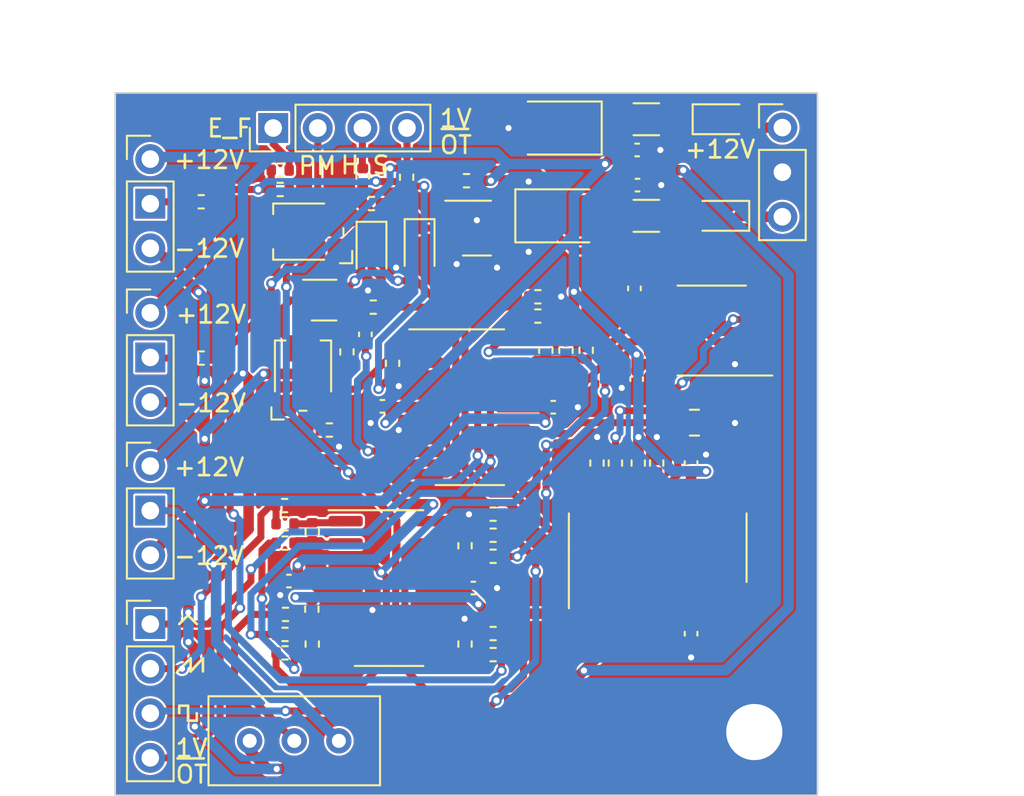
<source format=kicad_pcb>
(kicad_pcb (version 20221018) (generator pcbnew)
  (layers (0 "F.Cu" signal) (31 "B.Cu" signal) (34 "B.Paste" user) (35 "F.Paste" user) (36 "B.SilkS" user "B.Silkscreen") (37 "F.SilkS" user "F.Silkscreen") (38 "B.Mask" user) (39 "F.Mask" user) (44 "Edge.Cuts" user))
  (net 0 "")
  (net 1 "Net-(Q1B-C2)")
  (net 2 "Net-(D1-A)")
  (net 3 "/HARD_SYNC")
  (net 4 "Net-(C2-Pad2)")
  (net 5 "Net-(U2C-+)")
  (net 6 "GND")
  (net 7 "+12V")
  (net 8 "-12V")
  (net 9 "/555_CV")
  (net 10 "Net-(D1-K)")
  (net 11 "Net-(D2-K)")
  (net 12 "Net-(D3-K)")
  (net 13 "Net-(D3-A)")
  (net 14 "Net-(D4-K)")
  (net 15 "Net-(D4-A)")
  (net 16 "/EXP_FM")
  (net 17 "/PWM")
  (net 18 "/1V{slash}OCT")
  (net 19 "/TRIANGOLARE")
  (net 20 "/DENTE_DI_SEGA")
  (net 21 "/RETTANGOLARE")
  (net 22 "Net-(Q1A-E1)")
  (net 23 "Net-(Q1A-B1)")
  (net 24 "/OTA_BIAS")
  (net 25 "/555_RESET")
  (net 26 "Net-(U2A--)")
  (net 27 "Net-(R2-Pad2)")
  (net 28 "Net-(R3-Pad2)")
  (net 29 "Net-(R5-Pad1)")
  (net 30 "Net-(R6-Pad1)")
  (net 31 "Net-(R7-Pad1)")
  (net 32 "Net-(U1A--)")
  (net 33 "/555_Q")
  (net 34 "Net-(U1A-+)")
  (net 35 "Net-(U2D--)")
  (net 36 "/RETT_INPUT")
  (net 37 "Net-(R21-Pad1)")
  (net 38 "Net-(U3B--)")
  (net 39 "Net-(R23-Pad2)")
  (net 40 "/555_TR")
  (net 41 "Net-(U3A-+)")
  (net 42 "Net-(U3A--)")
  (net 43 "Net-(R27-Pad1)")
  (net 44 "Net-(U3C--)")
  (net 45 "Net-(R30-Pad1)")
  (net 46 "Net-(U3D--)")
  (net 47 "Net-(U3D-+)")
  (net 48 "Net-(R33-Pad1)")
  (net 53 "Net-(U1-Pad7)")
  (net 54 "Net-(U1-Pad10)")
  (footprint "Resistor_SMD:R_0402_1005Metric" (layer "F.Cu") (at 131.225 89.99 -90)
    (fp_text reference "R27" hide)
    (fp_text value "10k" hide)
  )
  (footprint "Capacitor_SMD:C_0402_1005Metric" (layer "F.Cu") (at 134.1 69.78 -90)
    (fp_text reference "C2" hide)
    (fp_text value "470pF" hide)
  )
  (footprint "Resistor_SMD:R_1206_3216Metric" (layer "F.Cu") (at 150.25 72)
    (fp_text reference "R37" hide)
    (fp_text value "10" hide)
  )
  (footprint "Resistor_SMD:R_0402_1005Metric" (layer "F.Cu") (at 133.2 79.75 90)
    (fp_text reference "R8" hide)
    (fp_text value "1.5M" hide)
  )
  (footprint "Capacitor_Tantalum_SMD:CP_EIA-3528-12_Kemet-T" (layer "F.Cu") (at 145.25 72)
    (fp_text reference "C5" hide)
    (fp_text value "47uF" hide)
  )
  (footprint "Resistor_SMD:R_0402_1005Metric" (layer "F.Cu") (at 139.925 90.79 -90)
    (fp_text reference "R33" hide)
    (fp_text value "2.2M" hide)
  )
  (footprint "Resistor_SMD:R_0402_1005Metric" (layer "F.Cu") (at 150.84 86.08 -90)
    (fp_text reference "R12" hide)
    (fp_text value "1.5k" hide)
  )
  (footprint "Package_SO:SOIC-14_3.9x8.7mm_P1.27mm" (layer "F.Cu") (at 140.2 82.9)
    (fp_text reference "U2" hide)
    (fp_text value "TL074")
  )
  (footprint "Resistor_SMD:R_0402_1005Metric" (layer "F.Cu") (at 132.2 84.2)
    (fp_text reference "R7" hide)
    (fp_text value "390" hide)
  )
  (footprint "Resistor_SMD:R_0402_1005Metric" (layer "F.Cu") (at 134.6 71.3)
    (fp_text reference "R11" hide)
    (fp_text value "100k" hide)
  )
  (footprint "Resistor_SMD:R_0402_1005Metric" (layer "F.Cu") (at 140.01 70 180)
    (fp_text reference "R10" hide)
    (fp_text value "4.7k" hide)
  )
  (footprint "Resistor_SMD:R_0402_1005Metric" (layer "F.Cu") (at 136.6 69.8 90)
    (fp_text reference "R4" hide)
    (fp_text value "100k" hide)
  )
  (footprint "Capacitor_Tantalum_SMD:CP_EIA-3528-12_Kemet-T" (layer "F.Cu") (at 145.25 67 180)
    (fp_text reference "C4" hide)
    (fp_text value "47uF" hide)
  )
  (footprint "Package_TO_SOT_SMD:SOT-23-6" (layer "F.Cu") (at 140.6 72.7)
    (fp_text reference "Q2" hide)
    (fp_text value "DMMT5551" hide)
  )
  (footprint "Diode_SMD:D_SOD-323" (layer "F.Cu") (at 137.3375 73.8 -90)
    (fp_text reference "D2" hide)
    (fp_text value "1N4148WS" hide)
  )
  (footprint "Resistor_SMD:R_0402_1005Metric" (layer "F.Cu") (at 141.525 90.19 180)
    (fp_text reference "R34" hide)
    (fp_text value "2.2k" hide)
  )
  (footprint "Resistor_SMD:R_0402_1005Metric" (layer "F.Cu") (at 139.925 96.39 -90)
    (fp_text reference "R31" hide)
    (fp_text value "120k" hide)
  )
  (footprint "Capacitor_SMD:C_0402_1005Metric" (layer "F.Cu") (at 152.8 95.8 90)
    (fp_text reference "C9" hide)
    (fp_text value "100nF" hide)
  )
  (footprint "Resistor_SMD:R_0402_1005Metric" (layer "F.Cu") (at 134.7 77.2)
    (fp_text reference "R9" hide)
    (fp_text value "22k" hide)
  )
  (footprint "MountingHole:MountingHole_3.2mm_M3_DIN965_Pad" (layer "F.Cu") (at 156.4 101.4)
    (fp_text reference "H1" hide)
    (fp_text value "MountingHole_3.2mm_M3_DIN965_Pad" hide)
  )
  (footprint "Resistor_SMD:R_0402_1005Metric" (layer "F.Cu") (at 129.4 69.4)
    (fp_text reference "R1" hide)
    (fp_text value "100k" hide)
  )
  (footprint "Resistor_SMD:R_0402_1005Metric" (layer "F.Cu") (at 129.675 95.84)
    (fp_text reference "R24" hide)
    (fp_text value "100k" hide)
  )
  (footprint "Capacitor_SMD:C_0402_1005Metric" (layer "F.Cu") (at 149.575 76.135 90)
    (fp_text reference "C15" hide)
    (fp_text value "10nF" hide)
  )
  (footprint "Resistor_SMD:R_1206_3216Metric" (layer "F.Cu") (at 150.25 66.5)
    (fp_text reference "R36" hide)
    (fp_text value "10" hide)
  )
  (footprint "Connector_PinHeader_2.54mm:PinHeader_1x03_P2.54mm_Vertical" (layer "F.Cu") (at 122 77.525)
    (fp_text reference "RV2" hide)
    (fp_text value "100k lin" hide)
  )
  (footprint "Capacitor_SMD:C_0402_1005Metric" (layer "F.Cu") (at 149.75 70.25 180)
    (fp_text reference "C7" hide)
    (fp_text value "100nF" hide)
  )
  (footprint "Capacitor_SMD:C_0805_2012Metric" (layer "F.Cu") (at 152.99 83.78)
    (fp_text reference "C3" hide)
    (fp_text value "2.2nF" hide)
  )
  (footprint "Capacitor_SMD:C_0402_1005Metric" (layer "F.Cu") (at 134.25 78.75 90)
    (fp_text reference "C1" hide)
    (fp_text value "100pF" hide)
  )
  (footprint "Capacitor_SMD:C_0402_1005Metric" (layer "F.Cu") (at 140.4 93.2 180)
    (fp_text reference "C13" hide)
    (fp_text value "100nF" hide)
  )
  (footprint "Diode_SMD:D_SOD-323" (layer "F.Cu") (at 134.6 73.95 -90)
    (fp_text reference "D1" hide)
    (fp_text value "1N4148WS" hide)
  )
  (footprint "Connector_PinHeader_2.54mm:PinHeader_1x03_P2.54mm_Vertical" (layer "F.Cu") (at 158 66.975)
    (fp_text reference "J1" hide)
    (fp_text value "ALIMENTAZIONE")
  )
  (footprint "Resistor_SMD:R_0402_1005Metric" (layer "F.Cu") (at 129.675 96.89)
    (fp_text reference "R25" hide)
    (fp_text value "10k" hide)
  )
  (footprint "Resistor_SMD:R_0402_1005Metric" (layer "F.Cu") (at 129.675 89.54 180)
    (fp_text reference "R28" hide)
    (fp_text value "1.5k" hide)
  )
  (footprint "Potentiometer_SMD:Potentiometer_Bourns_TC33X_Vertical" (layer "F.Cu") (at 130.7 81 90)
    (fp_text reference "TR1" hide)
    (fp_text value "100" hide)
  )
  (footprint "Resistor_SMD:R_0402_1005Metric" (layer "F.Cu") (at 124.9 80.1 180)
    (fp_text reference "R3" hide)
    (fp_text value "3.3M" hide)
  )
  (footprint "Connector_PinHeader_2.54mm:PinHeader_1x04_P2.54mm_Vertical" (layer "F.Cu") (at 122 95.25)
    (fp_text reference "J3" hide)
    (fp_text value "OUTPUT")
  )
  (footprint "Resistor_SMD:R_0402_1005Metric" (layer "F.Cu") (at 141.525 88.99 180)
    (fp_text reference "R35" hide)
    (fp_text value "1.5k" hide)
  )
  (footprint "Capacitor_SMD:C_0402_1005Metric" (layer "F.Cu") (at 135.22 82.85 180)
    (fp_text reference "C10" hide)
    (fp_text value "100nF" hide)
  )
  (footprint "Capacitor_SMD:C_0402_1005Metric" (layer "F.Cu") (at 152.8 86.08 90)
    (fp_text reference "C8" hide)
    (fp_text value "100nF" hide)
  )
  (footprint "Resistor_SMD:R_0402_1005Metric" (layer "F.Cu") (at 131.2 94.4 -90)
    (fp_text reference "R22" hide)
    (fp_text value "150k" hide)
  )
  (footprint "Diode_SMD:D_SOD-323" (layer "F.Cu") (at 154.5 66.5)
    (fp_text reference "D3" hide)
    (fp_text value "1N5819WS" hide)
  )
  (footprint "Resistor_SMD:R_0402_1005Metric" (layer "F.Cu") (at 148.49 86.08 -90)
    (fp_text reference "R14" hide)
    (fp_text value "4.7k" hide)
  )
  (footprint "Package_SO:SOIC-14_3.9x8.7mm_P1.27mm" (layer "F.Cu") (at 135.6 93.2)
    (fp_text reference "U3" hide)
    (fp_text value "TL074")
  )
  (footprint "Resistor_SMD:R_0402_1005Metric" (layer "F.Cu") (at 147.44 86.08 -90)
    (fp_text reference "R15" hide)
    (fp_text value "1.5k" hide)
  )
  (footprint "Resistor_SMD:R_0402_1005Metric" (layer "F.Cu") (at 129.65 88.5)
    (fp_text reference "R38" hide)
    (fp_text value "1.5k" hide)
  )
  (footprint "Resistor_SMD:R_0402_1005Metric" (layer "F.Cu") (at 149.79 86.08 90)
    (fp_text reference "R13" hide)
    (fp_text value "10k" hide)
  )
  (footprint "Connector_PinHeader_2.54mm:PinHeader_1x03_P2.54mm_Vertical" (layer "F.Cu") (at 122 68.77)
    (fp_text reference "RV1" hide)
    (fp_text value "100k lin" hide)
  )
  (footprint "Capacitor_SMD:C_0402_1005Metric" (layer "F.Cu") (at 149.7 81.3 -90)
    (fp_text reference "C14" hide)
    (fp_text value "100nF" hide)
  )
  (footprint "Resistor_SMD:R_0402_1005Metric" (layer "F.Cu") (at 135.8 80.4 -90)
    (fp_text reference "R6" hide)
    (fp_text value "2k" hide)
  )
  (footprint "Capacitor_SMD:C_0402_1005Metric" (layer "F.Cu") (at 144.95 82.9 180)
    (fp_text reference "C11" hide)
    (fp_text value "100nF" hide)
  )
  (footprint "Connector_PinHeader_2.54mm:PinHeader_1x04_P2.54mm_Vertical" (layer "F.Cu") (at 129 67 90)
    (fp_text reference "J2" hide)
    (fp_text value "INPUT")
  )
  (footprint "Package_SO:SOIC-16_3.9x9.9mm_P1.27mm" (layer "F.Cu") (at 150.9 90.9 90)
    (fp_text reference "U1" hide)
    (fp_text value "LM13700")
  )
  (footprint "Resistor_SMD:R_0402_1005Metric" (layer "F.Cu") (at 146.825 79.66 -90)
    (fp_text reference "R18" hide)
    (fp_text value "20k" hide)
  )
  (footprint "Package_SO:SOP-8_3.9x4.9mm_P1.27mm" (layer "F.Cu") (at 153.975 78.535 180)
    (fp_text reference "U4" hide)
    (fp_text value "LMC555xM" hide)
  )
  (footprint "Resistor_SMD:R_0402_1005Metric" (layer "F.Cu") (at 141.525 95.79 180)
    (fp_text reference "R29" hide)
    (fp_text value "100k" hide)
  )
  (footprint "Resistor_SMD:R_0402_1005Metric" (layer "F.Cu") (at 144.525 79.66 90)
    (fp_text reference "R16" hide)
    (fp_text value "20k" hide)
  )
  (footprint "Capacitor_SMD:C_0402_1005Metric" (layer "F.Cu") (at 129.9 92.8 180)
    (fp_text reference "C12" hide)
    (fp_text value "100nF" hide)
  )
  (footprint "Resistor_SMD:R_0402_1005Metric" (layer "F.Cu") (at 144.075 77.71)
    (fp_text reference "R19" hide)
    (fp_text value "1.5k" hide)
  )
  (footprint "Resistor_SMD:R_0402_1005Metric" (layer "F.Cu") (at 145.675 79.66 90)
    (fp_text reference "R17" hide)
    (fp_text value "10k" hide)
  )
  (footprint "Capacitor_SMD:C_0402_1005Metric" (layer "F.Cu") (at 149.73 68.25)
    (fp_text reference "C6" hide)
    (fp_text value "100nF" hide)
  )
  (footprint "Connector_PinHeader_2.54mm:PinHeader_1x03_P2.54mm_Vertical" (layer "F.Cu") (at 122 86.25)
    (fp_text reference "RV3" hide)
    (fp_text value "100k lin" hide)
  )
  (footprint "Resistor_SMD:R_0402_1005Metric" (layer "F.Cu") (at 124.9 71.2 180)
    (fp_text reference "R2" hide)
    (fp_text value "100k" hide)
  )
  (footprint "Resistor_SMD:R_0402_1005Metric" (layer "F.Cu") (at 141.525 96.99 180)
    (fp_text reference "R30" hide)
    (fp_text value "180k" hide)
  )
  (footprint "Package_TO_SOT_SMD:SOT-363_SC-70-6" (layer "F.Cu") (at 131.9 76.8)
    (fp_text reference "Q1" hide)
    (fp_text value "BC856BS" hide)
  )
  (footprint "Resistor_SMD:R_0402_1005Metric" (layer "F.Cu") (at 141.525 91.39 180)
    (fp_text reference "R32" hide)
    (fp_text value "2.2k" hide)
  )
  (footprint "Resistor_SMD:R_0402_1005Metric" (layer "F.Cu") (at 129.7 94.7)
    (fp_text reference "R21" hide)
    (fp_text value "1M" hide)
  )
  (footprint "Diode_SMD:D_SOD-323" (layer "F.Cu") (at 154.5 72 180)
    (fp_text reference "D4" hide)
    (fp_text value "1N5819WS" hide)
  )
  (footprint "Resistor_SMD:R_0402_1005Metric" (layer "F.Cu") (at 144.075 76.61)
    (fp_text reference "R20" hide)
    (fp_text value "1.5k" hide)
  )
  (footprint "Potentiometer_SMD:Potentiometer_Bourns_TC33X_Vertical" (layer "F.Cu") (at 130.9 72.9 180)
    (fp_text reference "TR2" hide)
    (fp_text value "100k" hide)
  )
  (footprint "Resistor_SMD:R_0402_1005Metric" (layer "F.Cu") (at 129.675 90.64 180)
    (fp_text reference "R26" hide)
    (fp_text value "10k" hide)
  )
  (footprint "Resistor_SMD:R_0402_1005Metric" (layer "F.Cu") (at 129.4 70.5 180)
    (fp_text reference "R5" hide)
    (fp_text value "1M" hide)
  )
  (footprint "Potentiometer_THT:Potentiometer_Bourns_3296W_Vertical" (layer "F.Cu") (at 127.66 101.9 180)
    (fp_text reference "TR3" hide)
    (fp_text value "100k" hide)
  )
  (footprint "Resistor_SMD:R_0402_1005Metric" (layer "F.Cu") (at 131.225 96.39 -90)
    (fp_text reference "R23" hide)
    (fp_text value "150k" hide)
  )
  (gr_line (start 124.15 99.9) (end 124.15 100.75) (stroke (width 0.15)) (layer "F.SilkS"))
  (gr_line (start 124.15 100.75) (end 124.65 100.75) (stroke (width 0.15)) (layer "F.SilkS"))
  (gr_line (start 123.65 99.9) (end 124.15 99.9) (stroke (width 0.15)) (layer "F.SilkS"))
  (gr_line (start 123.55 102.9) (end 125.05 102.9) (stroke (width 0.15)) (layer "F.SilkS"))
  (gr_line (start 125 97.2) (end 125 97.95) (stroke (width 0.15)) (layer "F.SilkS"))
  (gr_line (start 124.65 100.325) (end 124.65 100.75) (stroke (width 0.15)) (layer "F.SilkS"))
  (gr_line (start 123.55 97.95) (end 124.3 97.2) (stroke (width 0.15)) (layer "F.SilkS"))
  (gr_line (start 124.3 97.2) (end 124.3 97.95) (stroke (width 0.15)) (layer "F.SilkS"))
  (gr_line (start 138.6 67.05) (end 140.1 67.05) (stroke (width 0.15)) (layer "F.SilkS"))
  (gr_line (start 124.3 97.95) (end 125 97.2) (stroke (width 0.15)) (layer "F.SilkS"))
  (gr_line (start 123.65 99.9) (end 123.65 100.325) (stroke (width 0.15)) (layer "F.SilkS"))
  (gr_line (start 123.65 95.25) (end 124.15 94.75) (stroke (width 0.15)) (layer "F.SilkS"))
  (gr_line (start 124.65 95.25) (end 124.15 94.75) (stroke (width 0.15)) (layer "F.SilkS"))
  (gr_rect (start 120 65) (end 160 105) (stroke (width 0.1)) (fill none) (layer "Edge.Cuts"))
  (gr_text "+12V" (at 125.45 78.2) (layer "F.SilkS") (effects (font (size 1 1)) (justify bottom)))
  (gr_text "-12V" (at 125.45 83.25) (layer "F.SilkS") (effects (font (size 1 1)) (justify bottom)))
  (gr_text "-12V" (at 125.35 91.95) (layer "F.SilkS") (effects (font (size 1 1)) (justify bottom)))
  (gr_text "PM" (at 130.35 69.15) (layer "F.SilkS") (effects (font (size 1 1)) (justify left)))
  (gr_text "+12V" (at 154.45 68.8) (layer "F.SilkS") (effects (font (size 1 1)) (justify bottom)))
  (gr_text "1V" (at 123.35 102.9) (layer "F.SilkS") (effects (font (size 1 1)) (justify left bottom)))
  (gr_text "E_F" (at 125.15 67.6) (layer "F.SilkS") (effects (font (size 1 1)) (justify left bottom)))
  (gr_text "-12V" (at 125.35 74.45) (layer "F.SilkS") (effects (font (size 1 1)) (justify bottom)))
  (gr_text "+12V" (at 125.35 86.9) (layer "F.SilkS") (effects (font (size 1 1)) (justify bottom)))
  (gr_text "+12V" (at 125.35 69.4) (layer "F.SilkS") (effects (font (size 1 1)) (justify bottom)))
  (gr_text "H S" (at 132.75 69.7) (layer "F.SilkS") (effects (font (size 1 1)) (justify left bottom)))
  (gr_text "OT" (at 123.35 104.4) (layer "F.SilkS") (effects (font (size 1 1)) (justify left bottom)))
  (gr_text "1V" (at 138.4 67.05) (layer "F.SilkS") (effects (font (size 1 1)) (justify left bottom)))
  (gr_text "OT" (at 138.4 68.55) (layer "F.SilkS") (effects (font (size 1 1)) (justify left bottom)))
  (segment (start 133.2 79.2) (end 133.2 79.24) (width 0.4) (layer "F.Cu") (net 1))
  (segment (start 130.95 77.45) (end 131.45 77.45) (width 0.4) (layer "F.Cu") (net 1))
  (segment (start 134.25 79.95) (end 134.3 80) (width 0.4) (layer "F.Cu") (net 1))
  (segment (start 133.21 79.23) (end 133.2 79.24) (width 0.4) (layer "F.Cu") (net 1))
  (segment (start 131.45 77.45) (end 133.2 79.2) (width 0.4) (layer "F.Cu") (net 1))
  (segment (start 137.685 85.4) (end 137.725 85.44) (width 0.4) (layer "F.Cu") (net 1))
  (segment (start 134.25 79.23) (end 134.25 79.95) (width 0.4) (layer "F.Cu") (net 1))
  (segment (start 134.25 79.23) (end 133.21 79.23) (width 0.4) (layer "F.Cu") (net 1))
  (segment (start 134.4 85.4) (end 137.685 85.4) (width 0.4) (layer "F.Cu") (net 1))
  (via (at 134.3 80) (size 0.6) (drill 0.35) (layers "F.Cu" "B.Cu") (net 1))
  (via (at 134.4 85.4) (size 0.6) (drill 0.35) (layers "F.Cu" "B.Cu") (net 1))
  (segment (start 134.3 80.886712) (end 134.3 80) (width 0.4) (layer "B.Cu") (net 1))
  (segment (start 133.8 84.8) (end 133.8 81.386712) (width 0.4) (layer "B.Cu") (net 1))
  (segment (start 133.8 81.386712) (end 134.3 80.886712) (width 0.4) (layer "B.Cu") (net 1))
  (segment (start 134.4 85.4) (end 133.8 84.8) (width 0.4) (layer "B.Cu") (net 1))
  (segment (start 137.725 86.71) (end 138.89 86.71) (width 0.4) (layer "F.Cu") (net 2))
  (segment (start 138.89 86.71) (end 139.4 86.2) (width 0.4) (layer "F.Cu") (net 2))
  (segment (start 139.4 86.2) (end 139.4 78.7) (width 0.4) (layer "F.Cu") (net 2))
  (segment (start 134.6 75) (end 135.21 75.61) (width 0.4) (layer "F.Cu") (net 2))
  (segment (start 135.21 77.2) (end 135.21 77.79) (width 0.4) (layer "F.Cu") (net 2))
  (segment (start 139.4 78.7) (end 137.9 77.2) (width 0.4) (layer "F.Cu") (net 2))
  (segment (start 135.21 77.79) (end 134.73 78.27) (width 0.4) (layer "F.Cu") (net 2))
  (segment (start 135.21 75.61) (end 135.21 77.2) (width 0.4) (layer "F.Cu") (net 2))
  (segment (start 137.9 77.2) (end 135.21 77.2) (width 0.4) (layer "F.Cu") (net 2))
  (segment (start 134.73 78.27) (end 134.25 78.27) (width 0.4) (layer "F.Cu") (net 2))
  (segment (start 134.08 69.28) (end 134.1 69.3) (width 0.4) (layer "F.Cu") (net 3))
  (segment (start 134.08 67) (end 134.08 69.28) (width 0.4) (layer "F.Cu") (net 3))
  (segment (start 134.1 70.26) (end 134.1 71.29) (width 0.4) (layer "F.Cu") (net 4))
  (segment (start 134.1 71.29) (end 134.09 71.3) (width 0.4) (layer "F.Cu") (net 4))
  (segment (start 146.52 83.78) (end 152.04 83.78) (width 0.4) (layer "F.Cu") (net 5))
  (segment (start 151.535 87.265) (end 152.04 86.76) (width 0.4) (layer "F.Cu") (net 5))
  (segment (start 144.08 84.4) (end 145.9 84.4) (width 0.4) (layer "F.Cu") (net 5))
  (segment (start 151.535 88.425) (end 151.535 87.265) (width 0.4) (layer "F.Cu") (net 5))
  (segment (start 145.9 84.4) (end 146.52 83.78) (width 0.4) (layer "F.Cu") (net 5))
  (segment (start 152.04 86.76) (end 152.04 83.78) (width 0.4) (layer "F.Cu") (net 5))
  (segment (start 143.85 84.17) (end 142.675 84.17) (width 0.4) (layer "F.Cu") (net 5))
  (segment (start 143.85 84.17) (end 144.08 84.4) (width 0.4) (layer "F.Cu") (net 5))
  (via (at 147.45 84.6) (size 0.6) (drill 0.35) (layers "F.Cu" "B.Cu") (net 6))
  (via (at 151.05 68.25) (size 0.6) (drill 0.35) (layers "F.Cu" "B.Cu") (net 6))
  (via (at 140.15 89) (size 0.6) (drill 0.35) (layers "F.Cu" "B.Cu") (net 6))
  (via (at 139.9 94.95) (size 0.6) (drill 0.35) (layers "F.Cu" "B.Cu") (net 6))
  (via (at 134.4 76.25) (size 0.6) (drill 0.35) (layers "F.Cu" "B.Cu") (net 6))
  (via (at 136.15 84.2) (size 0.6) (drill 0.35) (layers "F.Cu" "B.Cu") (net 6))
  (via (at 153.65 85.6) (size 0.6) (drill 0.35) (layers "F.Cu" "B.Cu") (net 6))
  (via (at 141.75 74.95) (size 0.6) (drill 0.35) (layers "F.Cu" "B.Cu") (net 6))
  (via (at 134.55 83.8) (size 0.6) (drill 0.35) (layers "F.Cu" "B.Cu") (net 6))
  (via (at 155.3 83.8) (size 0.6) (drill 0.35) (layers "F.Cu" "B.Cu") (net 6))
  (via (at 140.6 72.25) (size 0.6) (drill 0.35) (layers "F.Cu" "B.Cu") (net 6))
  (via (at 145.4 76.6) (size 0.6) (drill 0.35) (layers "F.Cu" "B.Cu") (net 6))
  (via (at 143.55 70.05) (size 0.6) (drill 0.35) (layers "F.Cu" "B.Cu") (net 6))
  (via (at 143.55 74.05) (size 0.6) (drill 0.35) (layers "F.Cu" "B.Cu") (net 6))
  (via (at 134.65 94.45) (size 0.6) (drill 0.35) (layers "F.Cu" "B.Cu") (net 6))
  (via (at 142.4 67) (size 0.6) (drill 0.35) (layers "F.Cu" "B.Cu") (net 6))
  (via (at 139.45 74.75) (size 0.6) (drill 0.35) (layers "F.Cu" "B.Cu") (net 6))
  (via (at 132.75 85.15) (size 0.6) (drill 0.35) (layers "F.Cu" "B.Cu") (net 6))
  (via (at 141.75 93.2) (size 0.6) (drill 0.35) (layers "F.Cu" "B.Cu") (net 6))
  (via (at 150.85 84.6) (size 0.6) (drill 0.35) (layers "F.Cu" "B.Cu") (net 6))
  (via (at 136 74.95) (size 0.6) (drill 0.35) (layers "F.Cu" "B.Cu") (net 6))
  (via (at 155.3 80.45) (size 0.6) (drill 0.35) (layers "F.Cu" "B.Cu") (net 6))
  (via (at 148.85 81.8) (size 0.6) (drill 0.35) (layers "F.Cu" "B.Cu") (net 6))
  (via (at 146.35 82.9) (size 0.6) (drill 0.35) (layers "F.Cu" "B.Cu") (net 6))
  (via (at 136.15 81.7) (size 0.6) (drill 0.35) (layers "F.Cu" "B.Cu") (net 6))
  (via (at 129.4 93.6) (size 0.6) (drill 0.35) (layers "F.Cu" "B.Cu") (net 6))
  (via (at 151.1 70.25) (size 0.6) (drill 0.35) (layers "F.Cu" "B.Cu") (net 6))
  (via (at 152.8 97.15) (size 0.6) (drill 0.35) (layers "F.Cu" "B.Cu") (net 6))
  (segment (start 131.15 92.8) (end 130.38 92.8) (width 0.6) (layer "F.Cu") (net 7))
  (segment (start 149.25 68.25) (end 148.7 68.25) (width 0.6) (layer "F.Cu") (net 7))
  (segment (start 133.125 93.2) (end 131.55 93.2) (width 0.6) (layer "F.Cu") (net 7))
  (segment (start 147.2875 66.5) (end 146.7875 67) (width 0.6) (layer "F.Cu") (net 7))
  (segment (start 128.977 85.877) (end 127.6 84.5) (width 0.6) (layer "F.Cu") (net 7))
  (segment (start 149.8 84.6) (end 149.8 85.56) (width 0.6) (layer "F.Cu") (net 7))
  (segment (start 131.55 93.2) (end 131.15 92.8) (width 0.6) (layer "F.Cu") (net 7))
  (segment (start 130.4 91.9) (end 130.4 92.78) (width 0.6) (layer "F.Cu") (net 7))
  (segment (start 127.6 81.304) (end 127.6 84.5) (width 0.6) (layer "F.Cu") (net 7))
  (segment (start 148.7875 66.5) (end 148.7875 67.7875) (width 0.6) (layer "F.Cu") (net 7))
  (segment (start 127.273 80.977) (end 127.6 81.304) (width 0.6) (layer "F.Cu") (net 7))
  (segment (start 152.8 86.56) (end 152.8 88.42) (width 0.6) (layer "F.Cu") (net 7))
  (segment (start 135.7 83.5) (end 135.7 82.85) (width 0.6) (layer "F.Cu") (net 7))
  (segment (start 135.4 83.8) (end 135.7 83.5) (width 0.6) (layer "F.Cu") (net 7))
  (segment (start 125.6 91.85) (end 127.6 89.85) (width 0.6) (layer "F.Cu") (net 7))
  (segment (start 145.675 78.175) (end 145.675 79.15) (width 0.6) (layer "F.Cu") (net 7))
  (segment (start 148.7875 67.7875) (end 149.25 68.25) (width 0.6) (layer "F.Cu") (net 7))
  (segment (start 152.8 88.42) (end 152.805 88.425) (width 0.6) (layer "F.Cu") (net 7))
  (segment (start 148.7 68.25) (end 147.9 69.05) (width 0.6) (layer "F.Cu") (net 7))
  (segment (start 149.7 79.9) (end 149.7 80.82) (width 0.6) (layer "F.Cu") (net 7))
  (segment (start 135.7 82.85) (end 135.75 82.9) (width 0.6) (layer "F.Cu") (net 7))
  (segment (start 136.354634 88.4265) (end 133.805134 85.877) (width 0.6) (layer "F.Cu") (net 7))
  (segment (start 149.7 80.82) (end 150.07 80.45) (width 0.6) (layer "F.Cu") (net 7))
  (segment (start 153.64 86.56) (end 153.65 86.55) (width 0.6) (layer "F.Cu") (net 7))
  (segment (start 146.127 76.327) (end 146.127 77.723) (width 0.6) (layer "F.Cu") (net 7))
  (segment (start 149.8 85.56) (end 149.79 85.57) (width 0.6) (layer "F.Cu") (net 7))
  (segment (start 127.6 89.85) (end 127.6 84.5) (width 0.6) (layer "F.Cu") (net 7))
  (segment (start 151.34 80.45) (end 151.35 80.44) (width 0.6) (layer "F.Cu") (net 7))
  (segment (start 133.805134 85.877) (end 128.977 85.877) (width 0.6) (layer "F.Cu") (net 7))
  (segment (start 135.75 82.9) (end 137.725 82.9) (width 0.6) (layer "F.Cu") (net 7))
  (segment (start 130.4 92.78) (end 130.38 92.8) (width 0.4) (layer "F.Cu") (net 7))
  (segment (start 141.4 70) (end 140.52 70) (width 0.6) (layer "F.Cu") (net 7))
  (segment (start 150.07 80.45) (end 151.34 80.45) (width 0.6) (layer "F.Cu") (net 7))
  (segment (start 148.7875 66.5) (end 147.2875 66.5) (width 0.6) (layer "F.Cu") (net 7))
  (segment (start 152.8 86.56) (end 153.64 86.56) (width 0.6) (layer "F.Cu") (net 7))
  (segment (start 138.1 88.4265) (end 136.354634 88.4265) (width 0.6) (layer "F.Cu") (net 7))
  (segment (start 146.127 77.723) (end 145.675 78.175) (width 0.6) (layer "F.Cu") (net 7))
  (via (at 141.4 70) (size 0.6) (drill 0.35) (layers "F.Cu" "B.Cu") (net 7))
  (via (at 153.65 86.55) (size 0.6) (drill 0.35) (layers "F.Cu" "B.Cu") (net 7))
  (via (at 125.6 91.85) (size 0.6) (drill 0.35) (layers "F.Cu" "B.Cu") (net 7))
  (via (at 146.127 76.327) (size 0.6) (drill 0.35) (layers "F.Cu" "B.Cu") (net 7))
  (via (at 149.8 84.6) (size 0.6) (drill 0.35) (layers "F.Cu" "B.Cu") (net 7))
  (via (at 147.9 69.05) (size 0.6) (drill 0.35) (layers "F.Cu" "B.Cu") (net 7))
  (via (at 127.273 80.977) (size 0.6) (drill 0.35) (layers "F.Cu" "B.Cu") (net 7))
  (via (at 135.4 83.8) (size 0.6) (drill 0.35) (layers "F.Cu" "B.Cu") (net 7))
  (via (at 130.4 91.9) (size 0.6) (drill 0.35) (layers "F.Cu" "B.Cu") (net 7))
  (via (at 149.7 79.9) (size 0.6) (drill 0.35) (layers "F.Cu" "B.Cu") (net 7))
  (via (at 138.1 88.4265) (size 0.6) (drill 0.35) (layers "F.Cu" "B.Cu") (net 7))
  (segment (start 141.7 68.4) (end 142.35 69.05) (width 0.6) (layer "B.Cu") (net 7))
  (segment (start 146.127 73.073) (end 135.4 83.8) (width 0.6) (layer "B.Cu") (net 7))
  (segment (start 122 68.77) (end 122.12 68.65) (width 0.4) (layer "B.Cu") (net 7))
  (segment (start 153.65 86.55) (end 151.75 86.55) (width 0.6) (layer "B.Cu") (net 7))
  (segment (start 130.727 91.573) (end 130.4 91.9) (width 0.6) (layer "B.Cu") (net 7))
  (segment (start 132.6 68.65) (end 132.85 68.4) (width 0.6) (layer "B.Cu") (net 7))
  (segment (start 122.12 68.65) (end 128.863288 68.65) (width 0.6) (layer "B.Cu") (net 7))
  (segment (start 122 86.25) (end 127.273 80.977) (width 0.6) (layer "B.Cu") (net 7))
  (segment (start 127.273 80.977) (end 127.273 72.252) (width 0.6) (layer "B.Cu") (net 7))
  (segment (start 147.9 69.05) (end 146.127 70.823) (width 0.6) (layer "B.Cu") (net 7))
  (segment (start 134.827 91.573) (end 130.727 91.573) (width 0.6) (layer "B.Cu") (net 7))
  (segment (start 132.85 68.4) (end 141.7 68.4) (width 0.6) (layer "B.Cu") (net 7))
  (segment (start 127.273 70.240288) (end 128.863288 68.65) (width 0.6) (layer "B.Cu") (net 7))
  (segment (start 127.273 72.252) (end 127.273 70.240288) (width 0.6) (layer "B.Cu") (net 7))
  (segment (start 149.8 84.6) (end 149.8 80) (width 0.6) (layer "B.Cu") (net 7))
  (segment (start 125.75 92) (end 125.75 96.3) (width 0.6) (layer "B.Cu") (net 7))
  (segment (start 125.75 96.3) (end 128.9 99.45) (width 0.6) (layer "B.Cu") (net 7))
  (segment (start 146.127 70.823) (end 146.127 76.327) (width 0.6) (layer "B.Cu") (net 7))
  (segment (start 137.9735 88.4265) (end 134.827 91.573) (width 0.6) (layer "B.Cu") (net 7))
  (segment (start 138.1 88.4265) (end 137.9735 88.4265) (width 0.6) (layer "B.Cu") (net 7))
  (segment (start 130.29 99.45) (end 132.74 101.9) (width 0.6) (layer "B.Cu") (net 7))
  (segment (start 128.863288 68.65) (end 132.6 68.65) (width 0.6) (layer "B.Cu") (net 7))
  (segment (start 142.35 69.05) (end 141.4 70) (width 0.6) (layer "B.Cu") (net 7))
  (segment (start 146.127 76.327) (end 149.7 79.9) (width 0.6) (layer "B.Cu") (net 7))
  (segment (start 122 77.525) (end 127.273 72.252) (width 0.6) (layer "B.Cu") (net 7))
  (segment (start 125.6 91.85) (end 125.75 92) (width 0.6) (layer "B.Cu") (net 7))
  (segment (start 147.9 69.05) (end 142.35 69.05) (width 0.6) (layer "B.Cu") (net 7))
  (segment (start 128.9 99.45) (end 130.29 99.45) (width 0.6) (layer "B.Cu") (net 7))
  (segment (start 151.75 86.55) (end 149.8 84.6) (width 0.6) (layer "B.Cu") (net 7))
  (segment (start 149.8 80) (end 149.7 79.9) (width 0.6) (layer "B.Cu") (net 7))
  (segment (start 130.277 93.723) (end 131.033 93.723) (width 0.6) (layer "F.Cu") (net 8))
  (segment (start 124.173 89.157) (end 125.1 88.23) (width 0.6) (layer "F.Cu") (net 8))
  (segment (start 141.1 103.5) (end 128.7 103.5) (width 0.6) (layer "F.Cu") (net 8))
  (segment (start 152.8 95.32) (end 147.12 95.32) (width 0.6) (layer "F.Cu") (net 8))
  (segment (start 146.455 94.655) (end 141.223141 94.655) (width 0.6) (layer "F.Cu") (net 8))
  (segment (start 144.47 83.7435) (end 144.47 82.9) (width 0.6) (layer "F.Cu") (net 8))
  (segment (start 148.7875 72) (end 148.7875 70.7325) (width 0.6) (layer "F.Cu") (net 8))
  (segment (start 124.173 96.273) (end 124.537 96.637) (width 0.6) (layer "F.Cu") (net 8))
  (segment (start 127.66 102.46) (end 127.66 101.9) (width 0.6) (layer "F.Cu") (net 8))
  (segment (start 128.45 81) (end 132.46 81) (width 0.6) (layer "F.Cu") (net 8))
  (segment (start 148.7875 72) (end 146.7875 72) (width 0.6) (layer "F.Cu") (net 8))
  (segment (start 149.28 95.32) (end 141.1 103.5) (width 0.6) (layer "F.Cu") (net 8))
  (segment (start 142.675 82.9) (end 144.47 82.9) (width 0.6) (layer "F.Cu") (net 8))
  (segment (start 132.46 81) (end 133.2 80.26) (width 0.6) (layer "F.Cu") (net 8))
  (segment (start 152.805 93.375) (end 152.805 95.315) (width 0.6) (layer "F.Cu") (net 8))
  (segment (start 122.25 73.85) (end 124.75 76.35) (width 0.6) (layer "F.Cu") (net 8))
  (segment (start 122 73.85) (end 122.25 73.85) (width 0.6) (layer "F.Cu") (net 8))
  (segment (start 122 82.605) (end 123.505 82.605) (width 0.6) (layer "F.Cu") (net 8))
  (segment (start 138.075 93.2) (end 139.92 93.2) (width 0.6) (layer "F.Cu") (net 8))
  (segment (start 139.92 93.351859) (end 139.92 93.2) (width 0.6) (layer "F.Cu") (net 8))
  (segment (start 124.173 94.5965) (end 124.173 89.157) (width 0.6) (layer "F.Cu") (net 8))
  (segment (start 123.505 82.605) (end 125.1 84.2) (width 0.6) (layer "F.Cu") (net 8))
  (segment (start 125.1 84.2) (end 125.1 88.23) (width 0.6) (layer "F.Cu") (net 8))
  (segment (start 124.537 96.637) (end 124.537 101.087) (width 0.6) (layer "F.Cu") (net 8))
  (segment (start 128.7 103.5) (end 127.66 102.46) (width 0.6) (layer "F.Cu") (net 8))
  (segment (start 144.5 83.7735) (end 144.47 83.7435) (width 0.6) (layer "F.Cu") (net 8))
  (segment (start 125.1 84.7) (end 125.1 81.4) (width 0.6) (layer "F.Cu") (net 8))
  (segment (start 149.27 70.25) (end 149.27 70.098141) (width 0.6) (layer "F.Cu") (net 8))
  (segment (start 125.1 88.23) (end 122 91.33) (width 0.6) (layer "F.Cu") (net 8))
  (segment (start 149.27 70.098141) (end 149.968141 69.4) (width 0.6) (layer "F.Cu") (net 8))
  (segment (start 141.223141 94.655) (end 139.92 93.351859) (width 0.6) (layer "F.Cu") (net 8))
  (segment (start 149.968141 69.4) (end 152.35 69.4) (width 0.6) (layer "F.Cu") (net 8))
  (segment (start 131.033 93.723) (end 131.2 93.89) (width 0.6) (layer "F.Cu") (net 8))
  (segment (start 152.805 95.315) (end 152.8 95.32) (width 0.6) (layer "F.Cu") (net 8))
  (segment (start 146.455 94.655) (end 146.455 93.375) (width 0.6) (layer "F.Cu") (net 8))
  (segment (start 148.7875 70.7325) (end 149.27 70.25) (width 0.6) (layer "F.Cu") (net 8))
  (segment (start 147.12 95.32) (end 146.455 94.655) (width 0.6) (layer "F.Cu") (net 8))
  (via (at 130.277 93.723) (size 0.6) (drill 0.35) (layers "F.Cu" "B.Cu") (net 8))
  (via (at 128.45 81) (size 0.6) (drill 0.35) (layers "F.Cu" "B.Cu") (net 8))
  (via (at 140.684071 94.115929) (size 0.6) (drill 0.35) (layers "F.Cu" "B.Cu") (net 8))
  (via (at 124.75 76.35) (size 0.6) (drill 0.35) (layers "F.Cu" "B.Cu") (net 8))
  (via (at 125.1 81.4) (size 0.6) (drill 0.35) (layers "F.Cu" "B.Cu") (net 8))
  (via (at 124.173 94.5965) (size 0.6) (drill 0.35) (layers "F.Cu" "B.Cu") (net 8))
  (via (at 146.7 97.9) (size 0.6) (drill 0.35) (layers "F.Cu" "B.Cu") (net 8))
  (via (at 129.2 103.5) (size 0.6) (drill 0.35) (layers "F.Cu" "B.Cu") (net 8))
  (via (at 125.1 88.23) (size 0.6) (drill 0.35) (layers "F.Cu" "B.Cu") (net 8))
  (via (at 152.35 69.4) (size 0.6) (drill 0.35) (layers "F.Cu" "B.Cu") (net 8))
  (via (at 124.537 101.087) (size 0.6) (drill 0.35) (layers "F.Cu" "B.Cu") (net 8))
  (via (at 125.1 84.7) (size 0.6) (drill 0.35) (layers "F.Cu" "B.Cu") (net 8))
  (via (at 144.5 83.7735) (size 0.6) (drill 0.35) (layers "F.Cu" "B.Cu") (net 8))
  (via (at 124.173 96.273) (size 0.6) (drill 0.35) (layers "F.Cu" "B.Cu") (net 8))
  (segment (start 140.291142 93.723) (end 130.277 93.723) (width 0.6) (layer "B.Cu") (net 8))
  (segment (start 126.95 103.5) (end 124.537 101.087) (width 0.6) (layer "B.Cu") (net 8))
  (segment (start 124.173 96.273) (end 124.173 94.5965) (width 0.6) (layer "B.Cu") (net 8))
  (segment (start 129.2 103.5) (end 126.95 103.5) (width 0.6) (layer "B.Cu") (net 8))
  (segment (start 154.773 97.877) (end 146.723 97.877) (width 0.6) (layer "B.Cu") (net 8))
  (segment (start 128.45 81) (end 125.1 84.35) (width 0.6) (layer "B.Cu") (net 8))
  (segment (start 158.35 94.3) (end 154.773 97.877) (width 0.6) (layer "B.Cu") (net 8))
  (segment (start 144.2765 83.55) (end 139.963288 83.55) (width 0.6) (layer "B.Cu") (net 8))
  (segment (start 158.35 75.4) (end 158.35 94.3) (width 0.6) (layer "B.Cu") (net 8))
  (segment (start 135.283288 88.23) (end 125.1 88.23) (width 0.6) (layer "B.Cu") (net 8))
  (segment (start 140.684071 94.115929) (end 140.291142 93.723) (width 0.6) (layer "B.Cu") (net 8))
  (segment (start 139.963288 83.55) (end 135.283288 88.23) (width 0.6) (layer "B.Cu") (net 8))
  (segment (start 125.1 81.4) (end 125.1 76.7) (width 0.6) (layer "B.Cu") (net 8))
  (segment (start 125.1 84.35) (end 125.1 84.7) (width 0.6) (layer "B.Cu") (net 8))
  (segment (start 144.5 83.7735) (end 144.2765 83.55) (width 0.6) (layer "B.Cu") (net 8))
  (segment (start 152.35 69.4) (end 158.35 75.4) (width 0.6) (layer "B.Cu") (net 8))
  (segment (start 125.1 76.7) (end 124.75 76.35) (width 0.6) (layer "B.Cu") (net 8))
  (segment (start 149.59 76.63) (end 149.575 76.615) (width 0.4) (layer "F.Cu") (net 9))
  (segment (start 151.35 76.63) (end 149.59 76.63) (width 0.4) (layer "F.Cu") (net 9))
  (segment (start 132.7 73.9) (end 133.7 72.9) (width 0.4) (layer "F.Cu") (net 10))
  (segment (start 133.7 72.9) (end 134.6 72.9) (width 0.4) (layer "F.Cu") (net 10))
  (segment (start 139.4625 72.7) (end 137.3875 72.7) (width 0.4) (layer "F.Cu") (net 11))
  (segment (start 135.11 71.3) (end 136.5 71.3) (width 0.4) (layer "F.Cu") (net 11))
  (segment (start 137.3375 72.1375) (end 137.3375 72.75) (width 0.4) (layer "F.Cu") (net 11))
  (segment (start 136.5 71.3) (end 137.3375 72.1375) (width 0.4) (layer "F.Cu") (net 11))
  (segment (start 137.3875 72.7) (end 137.3375 72.75) (width 0.4) (layer "F.Cu") (net 11))
  (segment (start 151.7125 66.5) (end 153.45 66.5) (width 0.6) (layer "F.Cu") (net 12))
  (segment (start 156.875 66.975) (end 156.4 66.5) (width 0.6) (layer "F.Cu") (net 13))
  (segment (start 158 66.975) (end 156.875 66.975) (width 0.6) (layer "F.Cu") (net 13))
  (segment (start 156.4 66.5) (end 155.55 66.5) (width 0.6) (layer "F.Cu") (net 13))
  (segment (start 158 72.055) (end 156.455 72.055) (width 0.6) (layer "F.Cu") (net 14))
  (segment (start 156.4 72) (end 155.55 72) (width 0.6) (layer "F.Cu") (net 14))
  (segment (start 156.455 72.055) (end 156.4 72) (width 0.6) (layer "F.Cu") (net 14))
  (segment (start 153.45 72) (end 151.7125 72) (width 0.6) (layer "F.Cu") (net 15))
  (segment (start 129 67) (end 129 67.9) (width 0.4) (layer "F.Cu") (net 16))
  (segment (start 129.91 68.81) (end 129.91 69.4) (width 0.4) (layer "F.Cu") (net 16))
  (segment (start 129 67.9) (end 129.91 68.81) (width 0.4) (layer "F.Cu") (net 16))
  (segment (start 142.69 95.79) (end 142.035 95.79) (width 0.4) (layer "F.Cu") (net 17))
  (segment (start 136.05 89.371856) (end 136.05 90.854709) (width 0.4) (layer "F.Cu") (net 17))
  (segment (start 133.281644 86.6035) (end 136.05 89.371856) (width 0.4) (layer "F.Cu") (net 17))
  (segment (start 129.75 74.95) (end 129.75 76.05) (width 0.4) (layer "F.Cu") (net 17))
  (segment (start 135.973 97.273) (end 137.65 98.95) (width 0.4) (layer "F.Cu") (net 17))
  (segment (start 131.54 73.16) (end 129.75 74.95) (width 0.4) (layer "F.Cu") (net 17))
  (segment (start 143.25 98.2) (end 143.25 96.35) (width 0.4) (layer "F.Cu") (net 17))
  (segment (start 131.54 67) (end 131.54 73.16) (width 0.4) (layer "F.Cu") (net 17))
  (segment (start 136.05 90.854709) (end 135.973 90.931709) (width 0.4) (layer "F.Cu") (net 17))
  (segment (start 137.65 98.95) (end 142.5 98.95) (width 0.4) (layer "F.Cu") (net 17))
  (segment (start 142.5 98.95) (end 143.25 98.2) (width 0.4) (layer "F.Cu") (net 17))
  (segment (start 135.973 90.931709) (end 135.973 97.273) (width 0.4) (layer "F.Cu") (net 17))
  (segment (start 143.25 96.35) (end 142.69 95.79) (width 0.4) (layer "F.Cu") (net 17))
  (via (at 133.281644 86.6035) (size 0.6) (drill 0.35) (layers "F.Cu" "B.Cu") (net 17))
  (via (at 129.75 76.05) (size 0.6) (drill 0.35) (layers "F.Cu" "B.Cu") (net 17))
  (segment (start 133.281644 86.568356) (end 129.75 83.036712) (width 0.4) (layer "B.Cu") (net 17))
  (segment (start 129.75 83.036712) (end 129.75 76.05) (width 0.4) (layer "B.Cu") (net 17))
  (segment (start 133.281644 86.6035) (end 133.281644 86.568356) (width 0.4) (layer "B.Cu") (net 17))
  (segment (start 127.107 94.329005) (end 125.977 95.459005) (width 0.4) (layer "F.Cu") (net 18))
  (segment (start 135.66 69.29) (end 136.6 69.29) (width 0.4) (layer "F.Cu") (net 18))
  (segment (start 126.55 88.8) (end 126.75 89) (width 0.4) (layer "F.Cu") (net 18))
  (segment (start 125.977 100.873) (end 123.98 102.87) (width 0.4) (layer "F.Cu") (net 18))
  (segment (start 136.62 67) (end 136.62 69.27) (width 0.4) (layer "F.Cu") (net 18))
  (segment (start 128.9 77.1) (end 126.55 79.45) (width 0.4) (layer "F.Cu") (net 18))
  (segment (start 125.977 95.459005) (end 125.977 100.873) (width 0.4) (layer "F.Cu") (net 18))
  (segment (start 126.55 79.45) (end 126.55 88.8) (width 0.4) (layer "F.Cu") (net 18))
  (segment (start 136.62 69.27) (end 136.6 69.29) (width 0.4) (layer "F.Cu") (net 18))
  (segment (start 128.9 75.85) (end 128.9 77.1) (width 0.4) (layer "F.Cu") (net 18))
  (segment (start 123.98 102.87) (end 122 102.87) (width 0.4) (layer "F.Cu") (net 18))
  (via (at 126.75 89) (size 0.6) (drill 0.35) (layers "F.Cu" "B.Cu") (net 18))
  (via (at 127.107 94.329005) (size 0.6) (drill 0.35) (layers "F.Cu" "B.Cu") (net 18))
  (via (at 128.9 75.85) (size 0.6) (drill 0.35) (layers "F.Cu" "B.Cu") (net 18))
  (via (at 135.66 69.29) (size 0.6) (drill 0.35) (layers "F.Cu" "B.Cu") (net 18))
  (segment (start 135.66 70.126712) (end 130.736712 75.05) (width 0.4) (layer "B.Cu") (net 18))
  (segment (start 135.66 69.29) (end 135.66 70.126712) (width 0.4) (layer "B.Cu") (net 18))
  (segment (start 130.736712 75.05) (end 129.7 75.05) (width 0.4) (layer "B.Cu") (net 18))
  (segment (start 127.107 94.329005) (end 127.107 89.357) (width 0.4) (layer "B.Cu") (net 18))
  (segment (start 129.7 75.05) (end 128.9 75.85) (width 0.4) (layer "B.Cu") (net 18))
  (segment (start 127.107 89.357) (end 126.75 89) (width 0.4) (layer "B.Cu") (net 18))
  (segment (start 143.565 76.61) (end 143.565 77.71) (width 0.4) (layer "F.Cu") (net 19))
  (segment (start 127.7335 92.8165) (end 125.3 95.25) (width 0.4) (layer "F.Cu") (net 19))
  (segment (start 142.40542 77.71) (end 143.565 77.71) (width 0.4) (layer "F.Cu") (net 19))
  (segment (start 140.65 79.46542) (end 142.40542 77.71) (width 0.4) (layer "F.Cu") (net 19))
  (segment (start 125.3 95.25) (end 122 95.25) (width 0.4) (layer "F.Cu") (net 19))
  (segment (start 127.7335 92.125) (end 127.7335 92.8165) (width 0.4) (layer "F.Cu") (net 19))
  (segment (start 140.65 85.65) (end 140.65 79.46542) (width 0.4) (layer "F.Cu") (net 19))
  (via (at 140.65 85.65) (size 0.6) (drill 0.35) (layers "F.Cu" "B.Cu") (net 19))
  (via (at 127.7335 92.125) (size 0.6) (drill 0.35) (layers "F.Cu" "B.Cu") (net 19))
  (segment (start 137.236145 87.163855) (end 139.463855 87.163855) (width 0.4) (layer "B.Cu") (net 19))
  (segment (start 129.9 90) (end 134.4 90) (width 0.4) (layer "B.Cu") (net 19))
  (segment (start 140.65 85.97771) (end 140.65 85.65) (width 0.4) (layer "B.Cu") (net 19))
  (segment (start 127.775 92.125) (end 129.9 90) (width 0.4) (layer "B.Cu") (net 19))
  (segment (start 127.7335 92.125) (end 127.775 92.125) (width 0.4) (layer "B.Cu") (net 19))
  (segment (start 134.4 90) (end 137.236145 87.163855) (width 0.4) (layer "B.Cu") (net 19))
  (segment (start 139.463855 87.163855) (end 140.65 85.97771) (width 0.4) (layer "B.Cu") (net 19))
  (segment (start 129.14 88.5) (end 128.85 88.5) (width 0.4) (layer "F.Cu") (net 20))
  (segment (start 129.165 88.525) (end 129.14 88.5) (width 0.4) (layer "F.Cu") (net 20))
  (segment (start 123.81 97.79) (end 122 97.79) (width 0.4) (layer "F.Cu") (net 20))
  (segment (start 128.85 88.5) (end 128.3 89.05) (width 0.4) (layer "F.Cu") (net 20))
  (segment (start 128.3 89.05) (end 128.3 90.3) (width 0.4) (layer "F.Cu") (net 20))
  (segment (start 128.3 90.3) (end 124.9 93.7) (width 0.4) (layer "F.Cu") (net 20))
  (segment (start 129.165 89.54) (end 129.165 88.525) (width 0.4) (layer "F.Cu") (net 20))
  (via (at 124.9 93.7) (size 0.6) (drill 0.35) (layers "F.Cu" "B.Cu") (net 20))
  (via (at 123.81 97.79) (size 0.6) (drill 0.35) (layers "F.Cu" "B.Cu") (net 20))
  (segment (start 124.9 93.7) (end 124.9 96.7) (width 0.4) (layer "B.Cu") (net 20))
  (segment (start 124.9 96.7) (end 123.81 97.79) (width 0.4) (layer "B.Cu") (net 20))
  (segment (start 143.95 91.55) (end 142.59 90.19) (width 0.4) (layer "F.Cu") (net 21))
  (segment (start 142.59 90.19) (end 142.035 90.19) (width 0.4) (layer "F.Cu") (net 21))
  (segment (start 141.72 99.6) (end 141.12 100.2) (width 0.4) (layer "F.Cu") (net 21))
  (segment (start 143.95 92.25) (end 143.95 91.55) (width 0.4) (layer "F.Cu") (net 21))
  (segment (start 141.12 100.2) (end 129.7 100.2) (width 0.4) (layer "F.Cu") (net 21))
  (segment (start 142.035 88.99) (end 142.035 90.19) (width 0.4) (layer "F.Cu") (net 21))
  (via (at 143.95 92.25) (size 0.6) (drill 0.35) (layers "F.Cu" "B.Cu") (net 21))
  (via (at 141.72 99.6) (size 0.6) (drill 0.35) (layers "F.Cu" "B.Cu") (net 21))
  (via (at 129.7 100.2) (size 0.6) (drill 0.35) (layers "F.Cu" "B.Cu") (net 21))
  (segment (start 122.13 100.2) (end 122 100.33) (width 0.4) (layer "B.Cu") (net 21))
  (segment (start 143.95 97.37) (end 143.95 92.25) (width 0.4) (layer "B.Cu") (net 21))
  (segment (start 141.72 99.6) (end 143.95 97.37) (width 0.4) (layer "B.Cu") (net 21))
  (segment (start 129.7 100.2) (end 122.13 100.2) (width 0.4) (layer "B.Cu") (net 21))
  (segment (start 131.479 76.15) (end 131.9 76.571) (width 0.4) (layer "F.Cu") (net 22))
  (segment (start 133.94 77.45) (end 132.85 77.45) (width 0.4) (layer "F.Cu") (net 22))
  (segment (start 130.95 76.15) (end 131.479 76.15) (width 0.4) (layer "F.Cu") (net 22))
  (segment (start 131.9 76.571) (end 131.9 77) (width 0.4) (layer "F.Cu") (net 22))
  (segment (start 134.19 77.2) (end 133.94 77.45) (width 0.4) (layer "F.Cu") (net 22))
  (segment (start 131.9 77) (end 132.35 77.45) (width 0.4) (layer "F.Cu") (net 22))
  (segment (start 132.35 77.45) (end 132.85 77.45) (width 0.4) (layer "F.Cu") (net 22))
  (segment (start 129.5 78.7) (end 130.35 79.55) (width 0.4) (layer "F.Cu") (net 23))
  (segment (start 130 76.8) (end 129.5 77.3) (width 0.4) (layer "F.Cu") (net 23))
  (segment (start 130.95 76.8) (end 130 76.8) (width 0.4) (layer "F.Cu") (net 23))
  (segment (start 129.5 77.3) (end 129.5 78.7) (width 0.4) (layer "F.Cu") (net 23))
  (segment (start 130.35 79.55) (end 130.7 79.55) (width 0.4) (layer "F.Cu") (net 23))
  (segment (start 136.1 75.7) (end 137.15 75.7) (width 0.4) (layer "F.Cu") (net 24))
  (segment (start 139.927 78.477) (end 139.927 86.377) (width 0.4) (layer "F.Cu") (net 24))
  (segment (start 133.2 76.15) (end 132.85 76.15) (width 0.4) (layer "F.Cu") (net 24))
  (segment (start 137.15 75.7) (end 139.927 78.477) (width 0.4) (layer "F.Cu") (net 24))
  (segment (start 139.927 86.377) (end 141.4 87.85) (width 0.4) (layer "F.Cu") (net 24))
  (segment (start 146.15 89.85) (end 146.455 89.545) (width 0.4) (layer "F.Cu") (net 24))
  (segment (start 133.65 75.7) (end 133.2 76.15) (width 0.4) (layer "F.Cu") (net 24))
  (segment (start 142.7 87.85) (end 144.7 89.85) (width 0.4) (layer "F.Cu") (net 24))
  (segment (start 146.455 89.545) (end 146.455 88.425) (width 0.4) (layer "F.Cu") (net 24))
  (segment (start 141.4 87.85) (end 142.7 87.85) (width 0.4) (layer "F.Cu") (net 24))
  (segment (start 144.7 89.85) (end 146.15 89.85) (width 0.4) (layer "F.Cu") (net 24))
  (via (at 136.1 75.7) (size 0.6) (drill 0.35) (layers "F.Cu" "B.Cu") (net 24))
  (via (at 133.65 75.7) (size 0.6) (drill 0.35) (layers "F.Cu" "B.Cu") (net 24))
  (segment (start 135.863288 75.7) (end 136.1 75.7) (width 0.4) (layer "B.Cu") (net 24))
  (segment (start 134.1 75.25) (end 135.413288 75.25) (width 0.4) (layer "B.Cu") (net 24))
  (segment (start 133.65 75.7) (end 134.1 75.25) (width 0.4) (layer "B.Cu") (net 24))
  (segment (start 135.413288 75.25) (end 135.863288 75.7) (width 0.4) (layer "B.Cu") (net 24))
  (segment (start 140.147 69.353) (end 139.5 70) (width 0.4) (layer "F.Cu") (net 25))
  (segment (start 145.1 73) (end 145.1 70.5) (width 0.4) (layer "F.Cu") (net 25))
  (segment (start 146.1 74) (end 145.1 73) (width 0.4) (layer "F.Cu") (net 25))
  (segment (start 153 74) (end 146.1 74) (width 0.4) (layer "F.Cu") (net 25))
  (segment (start 145.1 70.5) (end 143.953 69.353) (width 0.4) (layer "F.Cu") (net 25))
  (segment (start 139.4625 70.0375) (end 139.5 70) (width 0.4) (layer "F.Cu") (net 25))
  (segment (start 139.4625 71.75) (end 139.4625 70.0375) (width 0.4) (layer "F.Cu") (net 25))
  (segment (start 155.63 76.63) (end 153 74) (width 0.4) (layer "F.Cu") (net 25))
  (segment (start 143.953 69.353) (end 140.147 69.353) (width 0.4) (layer "F.Cu") (net 25))
  (segment (start 156.6 76.63) (end 155.63 76.63) (width 0.4) (layer "F.Cu") (net 25))
  (segment (start 134.85 70.05) (end 136.34 70.05) (width 0.4) (layer "F.Cu") (net 26))
  (segment (start 135 81.85) (end 135.8 81.05) (width 0.4) (layer "F.Cu") (net 26))
  (segment (start 125.41 71.2) (end 125.41 80.1) (width 0.4) (layer "F.Cu") (net 26))
  (segment (start 128.89 70.5) (end 126.11 70.5) (width 0.4) (layer "F.Cu") (net 26))
  (segment (start 136.6 70.31) (end 137.59 70.31) (width 0.4) (layer "F.Cu") (net 26))
  (segment (start 126.11 70.5) (end 125.41 71.2) (width 0.4) (layer "F.Cu") (net 26))
  (segment (start 137.725 80.36) (end 136.35 80.36) (width 0.4) (layer "F.Cu") (net 26))
  (segment (start 136.35 80.36) (end 135.8 80.91) (width 0.4) (layer "F.Cu") (net 26))
  (segment (start 137.59 70.31) (end 137.6 70.3) (width 0.4) (layer "F.Cu") (net 26))
  (segment (start 136.34 70.05) (end 136.6 70.31) (width 0.4) (layer "F.Cu") (net 26))
  (segment (start 128.89 69.4) (end 128.89 70.5) (width 0.4) (layer "F.Cu") (net 26))
  (segment (start 135.8 81.05) (end 135.8 80.91) (width 0.4) (layer "F.Cu") (net 26))
  (via (at 128.15 70.5) (size 0.6) (drill 0.35) (layers "F.Cu" "B.Cu") (net 26))
  (via (at 134.85 70.05) (size 0.6) (drill 0.35) (layers "F.Cu" "B.Cu") (net 26))
  (via (at 137.6 70.3) (size 0.6) (drill 0.35) (layers "F.Cu" "B.Cu") (net 26))
  (via (at 135 81.85) (size 0.6) (drill 0.35) (layers "F.Cu" "B.Cu") (net 26))
  (segment (start 135 81.85) (end 135 79.15) (width 0.4) (layer "B.Cu") (net 26))
  (segment (start 137.6 76.55) (end 137.6 70.3) (width 0.4) (layer "B.Cu") (net 26))
  (segment (start 135 79.15) (end 137.6 76.55) (width 0.4) (layer "B.Cu") (net 26))
  (segment (start 128.15 70.5) (end 128.6 70.05) (width 0.4) (layer "B.Cu") (net 26))
  (segment (start 128.6 70.05) (end 134.85 70.05) (width 0.4) (layer "B.Cu") (net 26))
  (segment (start 122.11 71.2) (end 122 71.31) (width 0.4) (layer "F.Cu") (net 27))
  (segment (start 124.39 71.2) (end 122.11 71.2) (width 0.4) (layer "F.Cu") (net 27))
  (segment (start 124.39 80.1) (end 122.035 80.1) (width 0.4) (layer "F.Cu") (net 28))
  (segment (start 122.035 80.1) (end 122 80.065) (width 0.4) (layer "F.Cu") (net 28))
  (segment (start 129.91 70.5) (end 129.91 72.44) (width 0.4) (layer "F.Cu") (net 29))
  (segment (start 129.91 72.44) (end 129.45 72.9) (width 0.4) (layer "F.Cu") (net 29))
  (segment (start 130.627 81.873) (end 129.7 82.8) (width 0.4) (layer "F.Cu") (net 30))
  (segment (start 136.6 79.09) (end 137.725 79.09) (width 0.4) (layer "F.Cu") (net 30))
  (segment (start 135.8 79.89) (end 136.6 79.09) (width 0.4) (layer "F.Cu") (net 30))
  (segment (start 133.817 81.873) (end 130.627 81.873) (width 0.4) (layer "F.Cu") (net 30))
  (segment (start 135.8 79.89) (end 133.817 81.873) (width 0.4) (layer "F.Cu") (net 30))
  (segment (start 131.7 84.19) (end 131.69 84.2) (width 0.4) (layer "F.Cu") (net 31))
  (segment (start 131.7 82.8) (end 131.7 84.19) (width 0.4) (layer "F.Cu") (net 31))
  (segment (start 149.79 86.825) (end 150.265 87.3) (width 0.4) (layer "F.Cu") (net 32))
  (segment (start 150.84 86.59) (end 149.79 86.59) (width 0.4) (layer "F.Cu") (net 32))
  (segment (start 150.265 87.3) (end 150.265 88.425) (width 0.4) (layer "F.Cu") (net 32))
  (segment (start 149.79 86.59) (end 149.79 86.825) (width 0.4) (layer "F.Cu") (net 32))
  (segment (start 150.7 83.1) (end 148.75 83.1) (width 0.4) (layer "F.Cu") (net 33))
  (segment (start 156.6 77.9) (end 155.2 77.9) (width 0.4) (layer "F.Cu") (net 33))
  (segment (start 148.5 84.6) (end 148.5 85.56) (width 0.4) (layer "F.Cu") (net 33))
  (segment (start 148.5 85.56) (end 148.49 85.57) (width 0.4) (layer "F.Cu") (net 33))
  (segment (start 152.3 81.5) (end 150.7 83.1) (width 0.4) (layer "F.Cu") (net 33))
  (via (at 155.2 77.9) (size 0.6) (drill 0.35) (layers "F.Cu" "B.Cu") (net 33))
  (via (at 148.5 84.6) (size 0.6) (drill 0.35) (layers "F.Cu" "B.Cu") (net 33))
  (via (at 152.3 81.5) (size 0.6) (drill 0.35) (layers "F.Cu" "B.Cu") (net 33))
  (via (at 148.75 83.1) (size 0.6) (drill 0.35) (layers "F.Cu" "B.Cu") (net 33))
  (segment (start 153.5 80.3) (end 153.5 79.6) (width 0.4) (layer "B.Cu") (net 33))
  (segment (start 148.75 84.35) (end 148.5 84.6) (width 0.4) (layer "B.Cu") (net 33))
  (segment (start 148.75 83.1) (end 148.75 84.35) (width 0.4) (layer "B.Cu") (net 33))
  (segment (start 152.3 81.5) (end 153.5 80.3) (width 0.4) (layer "B.Cu") (net 33))
  (segment (start 153.5 79.6) (end 155.2 77.9) (width 0.4) (layer "B.Cu") (net 33))
  (segment (start 148.9 88.33) (end 148.995 88.425) (width 0.4) (layer "F.Cu") (net 34))
  (segment (start 147.44 86.59) (end 148.49 86.59) (width 0.4) (layer "F.Cu") (net 34))
  (segment (start 148.49 86.59) (end 148.9 87) (width 0.4) (layer "F.Cu") (net 34))
  (segment (start 148.9 87) (end 148.9 88.33) (width 0.4) (layer "F.Cu") (net 34))
  (segment (start 143.7375 80.36) (end 142.675 80.36) (width 0.4) (layer "F.Cu") (net 35))
  (segment (start 144.525 80.17) (end 143.9275 80.17) (width 0.4) (layer "F.Cu") (net 35))
  (segment (start 144.525 80.17) (end 146.825 80.17) (width 0.4) (layer "F.Cu") (net 35))
  (segment (start 143.9275 80.17) (end 143.7375 80.36) (width 0.4) (layer "F.Cu") (net 35))
  (segment (start 142.675 79.09) (end 141.9365 79.09) (width 0.4) (layer "F.Cu") (net 36))
  (segment (start 142.675 79.09) (end 144.465 79.09) (width 0.4) (layer "F.Cu") (net 36))
  (segment (start 144.525 77.77) (end 144.585 77.71) (width 0.4) (layer "F.Cu") (net 36))
  (segment (start 144.55 87.8) (end 144.55 85.05) (width 0.4) (layer "F.Cu") (net 36))
  (segment (start 142.9 91.4) (end 142.045 91.4) (width 0.4) (layer "F.Cu") (net 36))
  (segment (start 144.465 79.09) (end 144.525 79.15) (width 0.4) (layer "F.Cu") (net 36))
  (segment (start 142.045 91.4) (end 142.035 91.39) (width 0.4) (layer "F.Cu") (net 36))
  (segment (start 144.525 79.15) (end 144.525 77.77) (width 0.4) (layer "F.Cu") (net 36))
  (segment (start 141.9365 79.09) (end 141.2765 79.75) (width 0.4) (layer "F.Cu") (net 36))
  (via (at 144.55 85.05) (size 0.6) (drill 0.35) (layers "F.Cu" "B.Cu") (net 36))
  (via (at 141.2765 79.75) (size 0.6) (drill 0.35) (layers "F.Cu" "B.Cu") (net 36))
  (via (at 142.9 91.4) (size 0.6) (drill 0.35) (layers "F.Cu" "B.Cu") (net 36))
  (via (at 144.55 87.8) (size 0.6) (drill 0.35) (layers "F.Cu" "B.Cu") (net 36))
  (segment (start 144.55 89.75) (end 142.9 91.4) (width 0.4) (layer "B.Cu") (net 36))
  (segment (start 145.15 85.05) (end 147.273 82.927) (width 0.4) (layer "B.Cu") (net 36))
  (segment (start 147.273 80.723) (end 146.3 79.75) (width 0.4) (layer "B.Cu") (net 36))
  (segment (start 144.55 85.05) (end 145.15 85.05) (width 0.4) (layer "B.Cu") (net 36))
  (segment (start 147.273 82.927) (end 147.273 80.723) (width 0.4) (layer "B.Cu") (net 36))
  (segment (start 146.3 79.75) (end 141.2765 79.75) (width 0.4) (layer "B.Cu") (net 36))
  (segment (start 144.55 87.8) (end 144.55 89.75) (width 0.4) (layer "B.Cu") (net 36))
  (segment (start 129.19 94.7) (end 127.8 94.7) (width 0.4) (layer "F.Cu") (net 37))
  (segment (start 126.8 95.7) (end 126.8 98.5) (width 0.4) (layer "F.Cu") (net 37))
  (segment (start 126.8 98.5) (end 130.2 101.9) (width 0.4) (layer "F.Cu") (net 37))
  (segment (start 127.8 94.7) (end 126.8 95.7) (width 0.4) (layer "F.Cu") (net 37))
  (segment (start 131.225 95.88) (end 131.72 95.88) (width 0.4) (layer "F.Cu") (net 38))
  (segment (start 130.21 94.7) (end 130.99 94.7) (width 0.4) (layer "F.Cu") (net 38))
  (segment (start 131.2 95.855) (end 131.225 95.88) (width 0.4) (layer "F.Cu") (net 38))
  (segment (start 131.72 95.88) (end 131.9 95.7) (width 0.4) (layer "F.Cu") (net 38))
  (segment (start 130.185 95.84) (end 131.185 95.84) (width 0.4) (layer "F.Cu") (net 38))
  (segment (start 131.2 94.91) (end 131.2 95.855) (width 0.4) (layer "F.Cu") (net 38))
  (segment (start 131.9 95.7) (end 133.085 95.7) (width 0.4) (layer "F.Cu") (net 38))
  (segment (start 131.185 95.84) (end 131.225 95.88) (width 0.4) (layer "F.Cu") (net 38))
  (segment (start 130.99 94.7) (end 131.2 94.91) (width 0.4) (layer "F.Cu") (net 38))
  (segment (start 130.2 96.905) (end 130.185 96.89) (width 0.4) (layer "F.Cu") (net 39))
  (segment (start 130.185 96.89) (end 131.215 96.89) (width 0.4) (layer "F.Cu") (net 39))
  (segment (start 130.2 97.8) (end 130.2 96.905) (width 0.4) (layer "F.Cu") (net 39))
  (segment (start 128.36 93.8) (end 128.36 91.04) (width 0.4) (layer "F.Cu") (net 39))
  (segment (start 131.225 96.9) (end 131.325 97) (width 0.4) (layer "F.Cu") (net 39))
  (segment (start 128.36 91.04) (end 128.76 90.64) (width 0.4) (layer "F.Cu") (net 39))
  (segment (start 128.76 90.64) (end 129.165 90.64) (width 0.4) (layer "F.Cu") (net 39))
  (segment (start 131.215 96.89) (end 131.225 96.9) (width 0.4) (layer "F.Cu") (net 39))
  (segment (start 131.325 97) (end 133.115 97) (width 0.4) (layer "F.Cu") (net 39))
  (segment (start 133.115 97) (end 133.125 97.01) (width 0.4) (layer "F.Cu") (net 39))
  (via (at 130.2 97.8) (size 0.6) (drill 0.35) (layers "F.Cu" "B.Cu") (net 39))
  (via (at 128.36 93.8) (size 0.6) (drill 0.35) (layers "F.Cu" "B.Cu") (net 39))
  (segment (start 128.36 95.96) (end 130.2 97.8) (width 0.4) (layer "B.Cu") (net 39))
  (segment (start 128.36 93.8) (end 128.36 95.96) (width 0.4) (layer "B.Cu") (net 39))
  (segment (start 152.9 77.9) (end 154.17 79.17) (width 0.4) (layer "F.Cu") (net 40))
  (segment (start 151.35 77.9) (end 152.9 77.9) (width 0.4) (layer "F.Cu") (net 40))
  (segment (start 146.62 81.63) (end 142.675 81.63) (width 0.4) (layer "F.Cu") (net 40))
  (segment (start 149.60471 77.9) (end 147.8 79.70471) (width 0.4) (layer "F.Cu") (net 40))
  (segment (start 147.8 79.70471) (end 147.8 80.45) (width 0.4) (layer "F.Cu") (net 40))
  (segment (start 142.675 81.63) (end 141.87 81.63) (width 0.4) (layer "F.Cu") (net 40))
  (segment (start 141.61 86.71) (end 142.675 86.71) (width 0.4) (layer "F.Cu") (net 40))
  (segment (start 141.87 81.63) (end 141.373 82.127) (width 0.4) (layer "F.Cu") (net 40))
  (segment (start 147.8 80.45) (end 146.62 81.63) (width 0.4) (layer "F.Cu") (net 40))
  (segment (start 127.7335 95.837133) (end 127.736367 95.84) (width 0.4) (layer "F.Cu") (net 40))
  (segment (start 141.54 85.44) (end 142.675 85.44) (width 0.4) (layer "F.Cu") (net 40))
  (segment (start 127.736367 95.84) (end 129.165 95.84) (width 0.4) (layer "F.Cu") (net 40))
  (segment (start 151.35 77.9) (end 149.60471 77.9) (width 0.4) (layer "F.Cu") (net 40))
  (segment (start 141.373 85.273) (end 141.373 86) (width 0.4) (layer "F.Cu") (net 40))
  (segment (start 154.17 79.17) (end 156.6 79.17) (width 0.4) (layer "F.Cu") (net 40))
  (segment (start 141.373 82.127) (end 141.373 85.273) (width 0.4) (layer "F.Cu") (net 40))
  (segment (start 141.373 86) (end 141.373 86.473) (width 0.4) (layer "F.Cu") (net 40))
  (segment (start 141.373 86.473) (end 141.61 86.71) (width 0.4) (layer "F.Cu") (net 40))
  (segment (start 141.373 85.273) (end 141.54 85.44) (width 0.4) (layer "F.Cu") (net 40))
  (via (at 127.7335 95.837133) (size 0.6) (drill 0.35) (layers "F.Cu" "B.Cu") (net 40))
  (via (at 141.373 86) (size 0.6) (drill 0.35) (layers "F.Cu" "B.Cu") (net 40))
  (segment (start 141.373 86) (end 139.573 87.8) (width 0.4) (layer "B.Cu") (net 40))
  (segment (start 130.473288 90.8) (end 127.7335 93.539788) (width 0.4) (layer "B.Cu") (net 40))
  (segment (start 134.34529 90.8) (end 130.473288 90.8) (width 0.4) (layer "B.Cu") (net 40))
  (segment (start 139.573 87.8) (end 137.34529 87.8) (width 0.4) (layer "B.Cu") (net 40))
  (segment (start 137.34529 87.8) (end 134.34529 90.8) (width 0.4) (layer "B.Cu") (net 40))
  (segment (start 127.7335 93.539788) (end 127.7335 95.837133) (width 0.4) (layer "B.Cu") (net 40))
  (segment (start 134.15 98.6) (end 130 98.6) (width 0.4) (layer "F.Cu") (net 41))
  (segment (start 151.35 79.17) (end 149.08 79.17) (width 0.4) (layer "F.Cu") (net 41))
  (segment (start 148.327 80.66829) (end 147.9 81.09529) (width 0.4) (layer "F.Cu") (net 41))
  (segment (start 134.78 91.93) (end 133.125 91.93) (width 0.4) (layer "F.Cu") (net 41))
  (segment (start 135.15 92.3) (end 134.78 91.93) (width 0.4) (layer "F.Cu") (net 41))
  (segment (start 147.9 81.09529) (end 147.9 82) (width 0.4) (layer "F.Cu") (net 41))
  (segment (start 148.327 79.923) (end 148.327 80.66829) (width 0.4) (layer "F.Cu") (net 41))
  (segment (start 135.446 97.304) (end 134.15 98.6) (width 0.4) (layer "F.Cu") (net 41))
  (segment (start 129.165 97.765) (end 129.165 96.89) (width 0.4) (layer "F.Cu") (net 41))
  (segment (start 149.08 79.17) (end 148.327 79.923) (width 0.4) (layer "F.Cu") (net 41))
  (segment (start 135.446 92.596) (end 135.446 97.304) (width 0.4) (layer "F.Cu") (net 41))
  (segment (start 130 98.6) (end 129.165 97.765) (width 0.4) (layer "F.Cu") (net 41))
  (segment (start 135.15 92.3) (end 135.446 92.596) (width 0.4) (layer "F.Cu") (net 41))
  (via (at 147.9 82) (size 0.6) (drill 0.35) (layers "F.Cu" "B.Cu") (net 41))
  (via (at 135.15 92.3) (size 0.6) (drill 0.35) (layers "F.Cu" "B.Cu") (net 41))
  (segment (start 139.123 88.327) (end 142.723 88.327) (width 0.4) (layer "B.Cu") (net 41))
  (segment (start 135.15 92.3) (end 139.123 88.327) (width 0.4) (layer "B.Cu") (net 41))
  (segment (start 142.723 88.327) (end 147.9 83.15) (width 0.4) (layer "B.Cu") (net 41))
  (segment (start 147.9 83.15) (end 147.9 82) (width 0.4) (layer "B.Cu") (net 41))
  (segment (start 131.225 90.5) (end 130.325 90.5) (width 0.4) (layer "F.Cu") (net 42))
  (segment (start 130.325 90.5) (end 130.185 90.64) (width 0.4) (layer "F.Cu") (net 42))
  (segment (start 131.7 90.5) (end 131.9 90.7) (width 0.4) (layer "F.Cu") (net 42))
  (segment (start 133.085 90.7) (end 133.125 90.66) (width 0.4) (layer "F.Cu") (net 42))
  (segment (start 131.9 90.7) (end 133.085 90.7) (width 0.4) (layer "F.Cu") (net 42))
  (segment (start 131.225 90.5) (end 131.7 90.5) (width 0.4) (layer "F.Cu") (net 42))
  (segment (start 130.185 89.54) (end 131.165 89.54) (width 0.4) (layer "F.Cu") (net 43))
  (segment (start 133.035 89.48) (end 133.125 89.39) (width 0.4) (layer "F.Cu") (net 43))
  (segment (start 131.165 89.54) (end 131.225 89.48) (width 0.4) (layer "F.Cu") (net 43))
  (segment (start 131.225 89.48) (end 133.035 89.48) (width 0.4) (layer "F.Cu") (net 43))
  (segment (start 138.075 95.74) (end 139.785 95.74) (width 0.4) (layer "F.Cu") (net 44))
  (segment (start 139.925 95.88) (end 140.925 95.88) (width 0.4) (layer "F.Cu") (net 44))
  (segment (start 140.925 95.88) (end 141.015 95.79) (width 0.4) (layer "F.Cu") (net 44))
  (segment (start 139.785 95.74) (end 139.925 95.88) (width 0.4) (layer "F.Cu") (net 44))
  (segment (start 141.015 95.79) (end 141.015 96.99) (width 0.4) (layer "F.Cu") (net 44))
  (segment (start 142 97.025) (end 142.035 96.99) (width 0.4) (layer "F.Cu") (net 45))
  (segment (start 142 97.9) (end 142 97.025) (width 0.4) (layer "F.Cu") (net 45))
  (via (at 142 97.9) (size 0.6) (drill 0.35) (layers "F.Cu" "B.Cu") (net 45))
  (segment (start 126.45 91.75) (end 126.45 95.45) (width 0.4) (layer "B.Cu") (net 45))
  (segment (start 141.473 98.427) (end 142 97.9) (width 0.4) (layer "B.Cu") (net 45))
  (segment (start 123.49 88.79) (end 126.45 91.75) (width 0.4) (layer "B.Cu") (net 45))
  (segment (start 126.45 95.45) (end 129.427 98.427) (width 0.4) (layer "B.Cu") (net 45))
  (segment (start 129.427 98.427) (end 141.473 98.427) (width 0.4) (layer "B.Cu") (net 45))
  (segment (start 122 88.79) (end 123.49 88.79) (width 0.4) (layer "B.Cu") (net 45))
  (segment (start 138.075 90.66) (end 136.99 90.66) (width 0.4) (layer "F.Cu") (net 46))
  (segment (start 136.99 90.66) (end 136.5 91.15) (width 0.4) (layer "F.Cu") (net 46))
  (segment (start 139.39 97.01) (end 138.075 97.01) (width 0.4) (layer "F.Cu") (net 46))
  (segment (start 139.5 96.9) (end 139.39 97.01) (width 0.4) (layer "F.Cu") (net 46))
  (segment (start 136.5 96.45) (end 137.06 97.01) (width 0.4) (layer "F.Cu") (net 46))
  (segment (start 136.5 91.15) (end 136.5 96.45) (width 0.4) (layer "F.Cu") (net 46))
  (segment (start 139.925 96.9) (end 139.5 96.9) (width 0.4) (layer "F.Cu") (net 46))
  (segment (start 137.06 97.01) (end 138.075 97.01) (width 0.4) (layer "F.Cu") (net 46))
  (segment (start 139.925 91.3) (end 140.925 91.3) (width 0.4) (layer "F.Cu") (net 47))
  (segment (start 139.925 91.3) (end 139.295 91.93) (width 0.4) (layer "F.Cu") (net 47))
  (segment (start 139.295 91.93) (end 138.075 91.93) (width 0.4) (layer "F.Cu") (net 47))
  (segment (start 140.925 91.3) (end 141.015 91.39) (width 0.4) (layer "F.Cu") (net 47))
  (segment (start 139.035 89.39) (end 139.925 90.28) (width 0.4) (layer "F.Cu") (net 48))
  (segment (start 139.925 90.28) (end 140.925 90.28) (width 0.4) (layer "F.Cu") (net 48))
  (segment (start 138.075 89.39) (end 139.035 89.39) (width 0.4) (layer "F.Cu") (net 48))
  (segment (start 140.925 90.28) (end 141.015 90.19) (width 0.4) (layer "F.Cu") (net 48))
  (segment (start 155.345 91.995) (end 155.345 93.375) (width 0.4) (layer "F.Cu") (net 53))
  (segment (start 154.3 91.75) (end 155.1 91.75) (width 0.4) (layer "F.Cu") (net 53))
  (segment (start 155.1 91.75) (end 155.345 91.995) (width 0.4) (layer "F.Cu") (net 53))
  (segment (start 154.075 93.375) (end 154.075 91.975) (width 0.4) (layer "F.Cu") (net 53))
  (segment (start 154.075 91.975) (end 154.3 91.75) (width 0.4) (layer "F.Cu") (net 53))
  (segment (start 154.35 90.1) (end 154.075 89.825) (width 0.4) (layer "F.Cu") (net 54))
  (segment (start 155.125 90.1) (end 154.35 90.1) (width 0.4) (layer "F.Cu") (net 54))
  (segment (start 154.075 88.425) (end 154.075 89.825) (width 0.4) (layer "F.Cu") (net 54))
  (segment (start 155.345 89.88) (end 155.125 90.1) (width 0.4) (layer "F.Cu") (net 54))
  (segment (start 155.345 88.425) (end 155.345 89.88) (width 0.4) (layer "F.Cu") (net 54))
  (zone (net 6) (net_name "GND") (layers "F&B.Cu") (connect_pads yes (clearance 0)) (min_thickness 0.254) (fill yes (thermal_gap 0.5) (thermal_bridge_width 0.5))
    (polygon (pts (xy 120 65) (xy 160 65) (xy 160 105) (xy 120 105)))
  )
)
</source>
